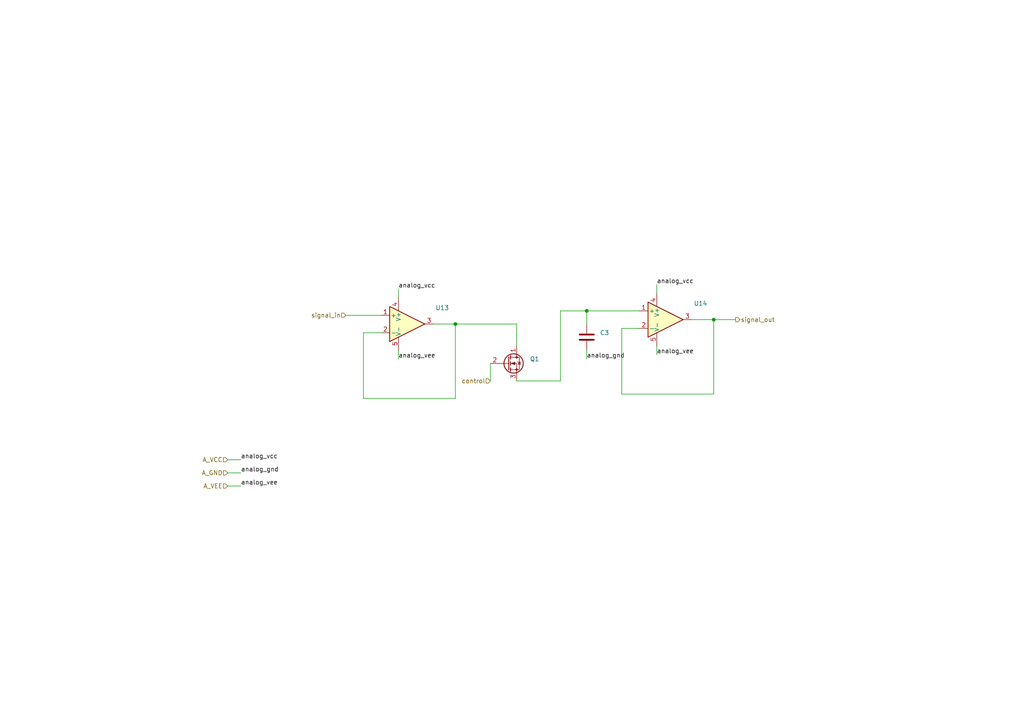
<source format=kicad_sch>
(kicad_sch (version 20211123) (generator eeschema)
  (paper "A4")
  (lib_symbols
    (symbol "Device:C" (pin_numbers hide) (pin_names (offset 0.254))
      (property "Reference" "C" (at 0.635 2.54 0))
      (property "Value" "C" (at 0.635 -2.54 0))
      (symbol "C_0_1"
        (polyline (pts (xy -2.032 -0.762) (xy 2.032 -0.762)) (stroke (width 0.508)))
        (polyline (pts (xy -2.032 0.762) (xy 2.032 0.762)) (stroke (width 0.508)))
      )
      (symbol "C_1_1"
        (pin passive line (at 0 3.81 270) (length 2.794) (name "~") (number "1"))
        (pin passive line (at 0 -3.81 90) (length 2.794) (name "~") (number "2"))
      )
    )
    (symbol "Device:Q_NMOS_DGS" (pin_names (offset 0) hide)
      (property "Reference" "Q" (at 5.08 1.27 0))
      (property "Value" "Q_NMOS_DGS" (at 5.08 -1.27 0))
      (symbol "Q_NMOS_DGS_0_1"
        (polyline (pts (xy 0.254 0) (xy -2.54 0)))
        (polyline (pts (xy 0.254 1.905) (xy 0.254 -1.905)) (stroke (width 0.254)))
        (polyline (pts (xy 0.762 -1.27) (xy 0.762 -2.286)) (stroke (width 0.254)))
        (polyline (pts (xy 0.762 0.508) (xy 0.762 -0.508)) (stroke (width 0.254)))
        (polyline (pts (xy 0.762 2.286) (xy 0.762 1.27)) (stroke (width 0.254)))
        (polyline (pts (xy 2.54 2.54) (xy 2.54 1.778)))
        (polyline (pts (xy 2.54 -2.54) (xy 2.54 0) (xy 0.762 0)))
        (polyline (pts (xy 0.762 -1.778) (xy 3.302 -1.778) (xy 3.302 1.778) (xy 0.762 1.778)))
        (polyline (pts (xy 1.016 0) (xy 2.032 0.381) (xy 2.032 -0.381) (xy 1.016 0)) (fill (type outline)))
        (polyline (pts (xy 2.794 0.508) (xy 2.921 0.381) (xy 3.683 0.381) (xy 3.81 0.254)))
        (polyline (pts (xy 3.302 0.381) (xy 2.921 -0.254) (xy 3.683 -0.254) (xy 3.302 0.381)))
        (circle (center 1.651 0) (radius 2.794) (stroke (width 0.254)))
        (circle (center 2.54 -1.778) (radius 0.254) (fill (type outline)))
        (circle (center 2.54 1.778) (radius 0.254) (fill (type outline)))
      )
      (symbol "Q_NMOS_DGS_1_1"
        (pin passive line (at 2.54 5.08 270) (length 2.54) (name "D") (number "1"))
        (pin input line (at -5.08 0 0) (length 2.54) (name "G") (number "2"))
        (pin passive line (at 2.54 -5.08 90) (length 2.54) (name "S") (number "3"))
      )
    )
    (symbol "Simulation_SPICE:OPAMP" (pin_names (offset 0.254))
      (property "Reference" "U" (at 3.81 3.175 0))
      (property "Value" "OPAMP" (at 3.81 -3.175 0))
      (symbol "OPAMP_0_1"
        (polyline (pts (xy 5.08 0) (xy -5.08 5.08) (xy -5.08 -5.08) (xy 5.08 0)) (stroke (width 0.254)) (fill (type background)))
      )
      (symbol "OPAMP_1_1"
        (pin input line (at -7.62 2.54 0) (length 2.54) (name "+") (number "1"))
        (pin input line (at -7.62 -2.54 0) (length 2.54) (name "-") (number "2"))
        (pin output line (at 7.62 0 180) (length 2.54) (name "~") (number "3"))
        (pin power_in line (at -2.54 7.62 270) (length 3.81) (name "V+") (number "4"))
        (pin power_in line (at -2.54 -7.62 90) (length 3.81) (name "V-") (number "5"))
      )
    )
  )
  (junction (at 207.01 92.71))
  (junction (at 132.08 93.98))
  (junction (at 170.18 90.17))
  (wire (pts (xy 170.18 90.17) (xy 185.42 90.17)))
  (wire (pts (xy 180.34 95.25) (xy 185.42 95.25)))
  (wire (pts (xy 115.57 101.6) (xy 115.57 104.14)))
  (wire (pts (xy 207.01 92.71) (xy 213.36 92.71)))
  (wire (pts (xy 100.33 91.44) (xy 110.49 91.44)))
  (wire (pts (xy 149.86 93.98) (xy 132.08 93.98)))
  (wire (pts (xy 115.57 83.82) (xy 115.57 86.36)))
  (wire (pts (xy 170.18 93.98) (xy 170.18 90.17)))
  (wire (pts (xy 190.5 82.55) (xy 190.5 85.09)))
  (wire (pts (xy 66.04 133.35) (xy 69.85 133.35)))
  (wire (pts (xy 170.18 101.6) (xy 170.18 104.14)))
  (wire (pts (xy 149.86 100.33) (xy 149.86 93.98)))
  (wire (pts (xy 142.24 105.41) (xy 142.24 110.49)))
  (wire (pts (xy 66.04 137.16) (xy 69.85 137.16)))
  (wire (pts (xy 200.66 92.71) (xy 207.01 92.71)))
  (wire (pts (xy 132.08 93.98) (xy 132.08 115.57)))
  (wire (pts (xy 132.08 115.57) (xy 105.41 115.57)))
  (wire (pts (xy 149.86 110.49) (xy 162.56 110.49)))
  (wire (pts (xy 207.01 92.71) (xy 207.01 114.3)))
  (wire (pts (xy 180.34 114.3) (xy 180.34 95.25)))
  (wire (pts (xy 162.56 90.17) (xy 170.18 90.17)))
  (wire (pts (xy 207.01 114.3) (xy 180.34 114.3)))
  (wire (pts (xy 105.41 115.57) (xy 105.41 96.52)))
  (wire (pts (xy 66.04 140.97) (xy 69.85 140.97)))
  (wire (pts (xy 162.56 110.49) (xy 162.56 90.17)))
  (wire (pts (xy 105.41 96.52) (xy 110.49 96.52)))
  (wire (pts (xy 190.5 100.33) (xy 190.5 102.87)))
  (wire (pts (xy 125.73 93.98) (xy 132.08 93.98)))
  (label "analog_vcc" (at 115.57 83.82 0))
  (label "analog_vee" (at 115.57 104.14 0))
  (label "analog_gnd" (at 170.18 104.14 0))
  (label "analog_vee" (at 69.85 140.97 0))
  (label "analog_vcc" (at 190.5 82.55 0))
  (label "analog_vee" (at 190.5 102.87 0))
  (label "analog_gnd" (at 69.85 137.16 0))
  (label "analog_vcc" (at 69.85 133.35 0))
  (hierarchical_label "signal_in" (shape input) (at 100.33 91.44 180))
  (hierarchical_label "A_VEE" (shape input) (at 66.04 140.97 180))
  (hierarchical_label "A_GND" (shape input) (at 66.04 137.16 180))
  (hierarchical_label "signal_out" (shape output) (at 213.36 92.71 0))
  (hierarchical_label "A_VCC" (shape input) (at 66.04 133.35 180))
  (hierarchical_label "control" (shape input) (at 142.24 110.49 180))
  (symbol (lib_id "Simulation_SPICE:OPAMP") (at 193.04 92.71 0) (unit 1)
    (property "Reference" "U14" (at 203.2 88.011 0))
    (property "Spice_Netlist_Enabled" "Y" (effects hide))
    (property "Spice_Primitive" "X" (effects hide))
    (property "Spice_Model" "AD8031" (effects hide))
    (property "Spice_Lib_File" "/home/pab/Inventions/analog-circuit-game-console/ms-circuit-video-games/spice-models/ad8031.mod" (effects hide))
    (property "Spice_Node_Sequence" "1 2 4 5 3" (effects hide))
  )
  (symbol (lib_id "Simulation_SPICE:OPAMP") (at 118.11 93.98 0) (unit 1)
    (property "Reference" "U13" (at 128.27 89.281 0))
    (property "Spice_Netlist_Enabled" "Y" (effects hide))
    (property "Spice_Primitive" "X" (effects hide))
    (property "Spice_Model" "AD8031" (effects hide))
    (property "Spice_Lib_File" "/home/pab/Inventions/analog-circuit-game-console/ms-circuit-video-games/spice-models/ad8031.mod" (effects hide))
    (property "Spice_Node_Sequence" "1 2 4 5 3" (effects hide))
  )
  (symbol (lib_id "Device:Q_NMOS_DGS") (at 147.32 105.41 0) (unit 1)
    (property "Reference" "Q1" (at 153.67 104.1399 0) (effects (justify left)))
    (property "Spice_Primitive" "X" (effects hide))
    (property "Spice_Model" "RUL035N02" (effects hide))
    (property "Spice_Netlist_Enabled" "Y" (effects hide))
    (property "Spice_Lib_File" "../../../../../spice-models/rul035n02.lib" (effects hide))
  )
  (symbol (lib_id "Device:C") (at 170.18 97.79 0) (unit 1)
    (property "Reference" "C3" (at 173.99 96.5199 0) (effects (justify left)))
  )
)
</source>
